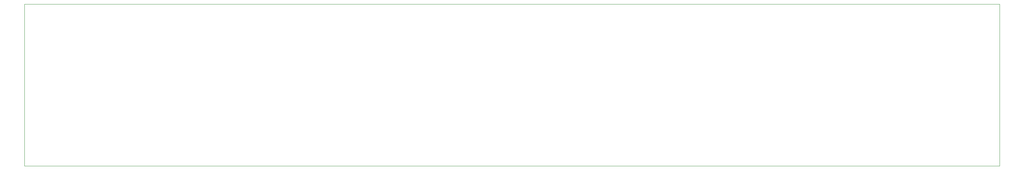
<source format=gbr>
%TF.GenerationSoftware,KiCad,Pcbnew,(6.0.4)*%
%TF.CreationDate,2022-07-13T21:00:02+02:00*%
%TF.ProjectId,Time-O-Mat_MoBo_H02,54696d65-2d4f-42d4-9d61-745f4d6f426f,rev?*%
%TF.SameCoordinates,Original*%
%TF.FileFunction,Profile,NP*%
%FSLAX46Y46*%
G04 Gerber Fmt 4.6, Leading zero omitted, Abs format (unit mm)*
G04 Created by KiCad (PCBNEW (6.0.4)) date 2022-07-13 21:00:02*
%MOMM*%
%LPD*%
G01*
G04 APERTURE LIST*
%TA.AperFunction,Profile*%
%ADD10C,0.100000*%
%TD*%
G04 APERTURE END LIST*
D10*
X0Y-40000000D02*
X118000000Y-40000000D01*
X118000000Y-40000000D02*
X240000000Y-40000000D01*
X240000000Y-28000000D02*
X240000000Y0D01*
X240000000Y-40000000D02*
X240000000Y-28000000D01*
X0Y-24000000D02*
X0Y0D01*
X0Y0D02*
X240000000Y0D01*
X0Y-24000000D02*
X0Y-40000000D01*
M02*

</source>
